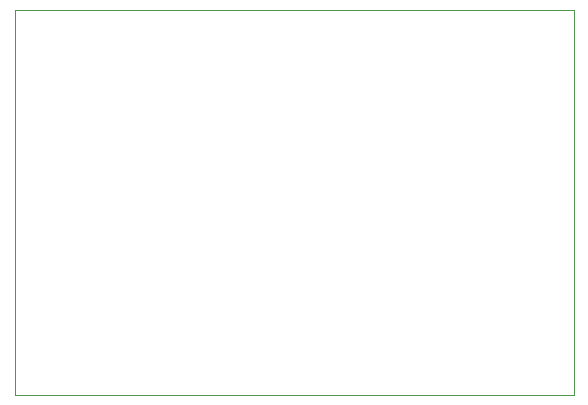
<source format=gbr>
G04 #@! TF.FileFunction,Profile,NP*
%FSLAX46Y46*%
G04 Gerber Fmt 4.6, Leading zero omitted, Abs format (unit mm)*
G04 Created by KiCad (PCBNEW (2015-07-31 BZR 6030)-product) date Sat Sep 12 09:44:37 2015*
%MOMM*%
G01*
G04 APERTURE LIST*
%ADD10C,0.100000*%
G04 APERTURE END LIST*
D10*
X215597000Y-73519600D02*
X168251400Y-73519600D01*
X215597000Y-40956800D02*
X215597000Y-73519600D01*
X168251400Y-40956800D02*
X215597000Y-40956800D01*
X168251400Y-73519600D02*
X168251400Y-40956800D01*
M02*

</source>
